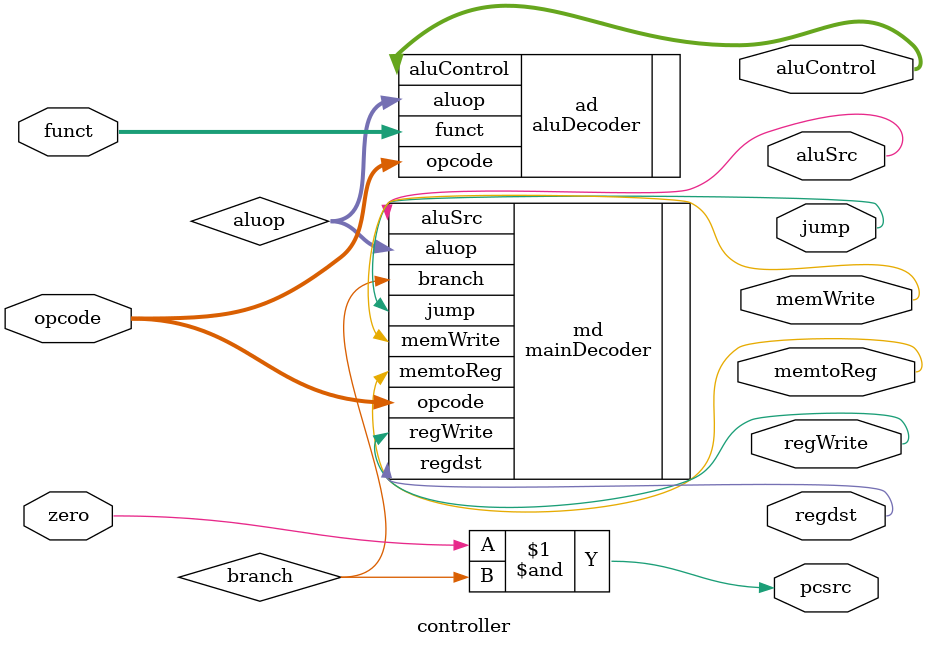
<source format=v>
module controller (
  input [5:0] opcode,
  input [5:0] funct,
  input zero,
  output [3:0] aluControl,
  output memWrite, regWrite, aluSrc, jump, memtoReg, pcsrc, regdst
);

wire branch;
wire [1:0] aluop;
assign pcsrc = zero & branch; // Branch if equal

mainDecoder md(
  .opcode(opcode),
  .memWrite(memWrite),
  .regWrite(regWrite),
  .aluSrc(aluSrc),
  .jump(jump),
  .memtoReg(memtoReg),
  .branch(branch),
  .regdst(regdst),
  .aluop(aluop)
);

aluDecoder ad(
  .aluop(aluop),
  .opcode(opcode),
  .funct(funct),
  .aluControl(aluControl)
);

endmodule
</source>
